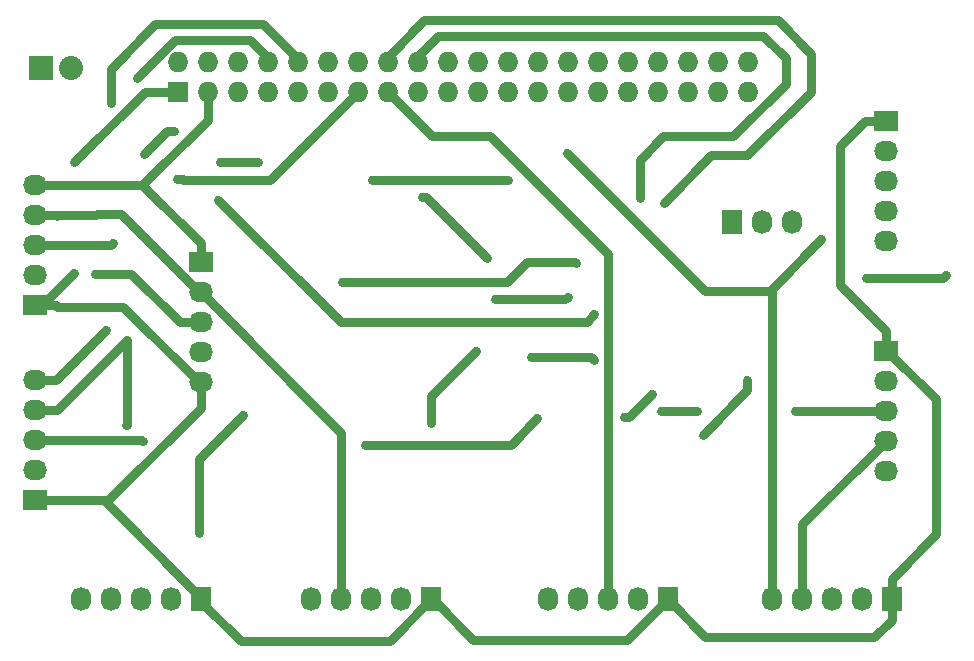
<source format=gtl>
G04 #@! TF.FileFunction,Copper,L1,Top,Signal*
%FSLAX46Y46*%
G04 Gerber Fmt 4.6, Leading zero omitted, Abs format (unit mm)*
G04 Created by KiCad (PCBNEW 4.0.2+dfsg1-stable) date Thu 29 Mar 2018 09:38:32 PM EDT*
%MOMM*%
G01*
G04 APERTURE LIST*
%ADD10C,0.100000*%
%ADD11R,1.727200X2.032000*%
%ADD12O,1.727200X2.032000*%
%ADD13R,2.032000X1.727200*%
%ADD14O,2.032000X1.727200*%
%ADD15R,2.032000X2.032000*%
%ADD16O,2.032000X2.032000*%
%ADD17R,1.727200X1.727200*%
%ADD18O,1.727200X1.727200*%
%ADD19C,0.685800*%
%ADD20C,0.750000*%
G04 APERTURE END LIST*
D10*
D11*
X84540000Y-90000000D03*
D12*
X82000000Y-90000000D03*
X79460000Y-90000000D03*
X76920000Y-90000000D03*
X74380000Y-90000000D03*
D13*
X31000000Y-81540000D03*
D14*
X31000000Y-79000000D03*
X31000000Y-76460000D03*
X31000000Y-73920000D03*
X31000000Y-71380000D03*
D13*
X103000000Y-49460000D03*
D14*
X103000000Y-52000000D03*
X103000000Y-54540000D03*
X103000000Y-57080000D03*
X103000000Y-59620000D03*
D13*
X103000000Y-68920000D03*
D14*
X103000000Y-71460000D03*
X103000000Y-74000000D03*
X103000000Y-76540000D03*
X103000000Y-79080000D03*
D11*
X103540000Y-90000000D03*
D12*
X101000000Y-90000000D03*
X98460000Y-90000000D03*
X95920000Y-90000000D03*
X93380000Y-90000000D03*
D11*
X64540000Y-90000000D03*
D12*
X62000000Y-90000000D03*
X59460000Y-90000000D03*
X56920000Y-90000000D03*
X54380000Y-90000000D03*
D11*
X45080000Y-90000000D03*
D12*
X42540000Y-90000000D03*
X40000000Y-90000000D03*
X37460000Y-90000000D03*
X34920000Y-90000000D03*
D13*
X31000000Y-65080000D03*
D14*
X31000000Y-62540000D03*
X31000000Y-60000000D03*
X31000000Y-57460000D03*
X31000000Y-54920000D03*
D15*
X31460000Y-45000000D03*
D16*
X34000000Y-45000000D03*
D17*
X43060000Y-47000000D03*
D18*
X43060000Y-44460000D03*
X45600000Y-47000000D03*
X45600000Y-44460000D03*
X48140000Y-47000000D03*
X48140000Y-44460000D03*
X50680000Y-47000000D03*
X50680000Y-44460000D03*
X53220000Y-47000000D03*
X53220000Y-44460000D03*
X55760000Y-47000000D03*
X55760000Y-44460000D03*
X58300000Y-47000000D03*
X58300000Y-44460000D03*
X60840000Y-47000000D03*
X60840000Y-44460000D03*
X63380000Y-47000000D03*
X63380000Y-44460000D03*
X65920000Y-47000000D03*
X65920000Y-44460000D03*
X68460000Y-47000000D03*
X68460000Y-44460000D03*
X71000000Y-47000000D03*
X71000000Y-44460000D03*
X73540000Y-47000000D03*
X73540000Y-44460000D03*
X76080000Y-47000000D03*
X76080000Y-44460000D03*
X78620000Y-47000000D03*
X78620000Y-44460000D03*
X81160000Y-47000000D03*
X81160000Y-44460000D03*
X83700000Y-47000000D03*
X83700000Y-44460000D03*
X86240000Y-47000000D03*
X86240000Y-44460000D03*
X88780000Y-47000000D03*
X88780000Y-44460000D03*
X91320000Y-47000000D03*
X91320000Y-44460000D03*
D11*
X90000000Y-58000000D03*
D12*
X92540000Y-58000000D03*
X95080000Y-58000000D03*
D13*
X45000000Y-61460000D03*
D14*
X45000000Y-64000000D03*
X45000000Y-66540000D03*
X45000000Y-69080000D03*
X45000000Y-71620000D03*
D19*
X34300000Y-62350000D03*
X34300000Y-53000000D03*
X59550000Y-54500000D03*
X71000000Y-54500000D03*
X76050000Y-52200000D03*
X97550000Y-59500000D03*
X63750000Y-55950000D03*
X69250000Y-61100000D03*
X72950000Y-69450000D03*
X78300000Y-69700000D03*
X83950000Y-74000000D03*
X87050000Y-74050000D03*
X95300000Y-74000000D03*
X84250000Y-56400000D03*
X76100000Y-64350000D03*
X69950000Y-64600000D03*
X68300000Y-68950000D03*
X64500000Y-75050000D03*
X38700000Y-75250000D03*
X38750000Y-68000000D03*
X37000000Y-67146000D03*
X37000000Y-67146000D03*
X82200000Y-56000000D03*
X56950000Y-63150000D03*
X48600000Y-74400000D03*
X44900000Y-84400000D03*
X76750000Y-61500000D03*
X40100000Y-76600000D03*
X58950000Y-76900000D03*
X73500000Y-74650000D03*
X80850000Y-74550000D03*
X83200000Y-72600000D03*
X101300000Y-62800000D03*
X108150000Y-62550000D03*
X43000000Y-54400000D03*
X37600000Y-59850000D03*
X36100000Y-62400000D03*
X46500000Y-56150000D03*
X39600000Y-45850000D03*
X78350000Y-65850000D03*
X37400000Y-48000000D03*
X40250000Y-52250000D03*
X42750000Y-50300000D03*
X46650000Y-52950000D03*
X49900000Y-52950000D03*
X87500000Y-76050000D03*
X91250000Y-71450000D03*
D20*
X43060000Y-47000000D02*
X40300000Y-47000000D01*
X34300000Y-62350000D02*
X31570000Y-65080000D01*
X40300000Y-47000000D02*
X34300000Y-53000000D01*
X31570000Y-65080000D02*
X31000000Y-65080000D01*
X45000000Y-71620000D02*
X45000000Y-73800000D01*
X37016200Y-81783800D02*
X37016200Y-81600000D01*
X45000000Y-73800000D02*
X37016200Y-81783800D01*
X45080000Y-90000000D02*
X45080000Y-90180000D01*
X45080000Y-90180000D02*
X48400000Y-93500000D01*
X61040000Y-93500000D02*
X64540000Y-90000000D01*
X48400000Y-93500000D02*
X61040000Y-93500000D01*
X64540000Y-90000000D02*
X64700000Y-90000000D01*
X64700000Y-90000000D02*
X68100000Y-93400000D01*
X68100000Y-93400000D02*
X81140000Y-93400000D01*
X81140000Y-93400000D02*
X84540000Y-90000000D01*
X103540000Y-90000000D02*
X103540000Y-91710000D01*
X87740000Y-93200000D02*
X84540000Y-90000000D01*
X102050000Y-93200000D02*
X87740000Y-93200000D01*
X103540000Y-91710000D02*
X102050000Y-93200000D01*
X107300000Y-84474000D02*
X107300000Y-73067600D01*
X107300000Y-73067600D02*
X103152400Y-68920000D01*
X103152400Y-68920000D02*
X103000000Y-68920000D01*
X103540000Y-90000000D02*
X103540000Y-88234000D01*
X103540000Y-88234000D02*
X107300000Y-84474000D01*
X99100000Y-51594000D02*
X99100000Y-63406400D01*
X99100000Y-63406400D02*
X103000000Y-67306400D01*
X103000000Y-67306400D02*
X103000000Y-68920000D01*
X103000000Y-49460000D02*
X101234000Y-49460000D01*
X101234000Y-49460000D02*
X99100000Y-51594000D01*
X32826000Y-81600000D02*
X37016200Y-81600000D01*
X32766000Y-81540000D02*
X32826000Y-81600000D01*
X31000000Y-81540000D02*
X32766000Y-81540000D01*
X37016200Y-81600000D02*
X36832400Y-81600000D01*
X36832400Y-81600000D02*
X45080000Y-89847600D01*
X45080000Y-89847600D02*
X45080000Y-90000000D01*
X38450000Y-65200000D02*
X38450000Y-65222400D01*
X38450000Y-65222400D02*
X44847600Y-71620000D01*
X44847600Y-71620000D02*
X45000000Y-71620000D01*
X32886000Y-65200000D02*
X38450000Y-65200000D01*
X31000000Y-65080000D02*
X32766000Y-65080000D01*
X32766000Y-65080000D02*
X32886000Y-65200000D01*
X44847600Y-69080000D02*
X45000000Y-69080000D01*
X70950000Y-54450000D02*
X59550000Y-54500000D01*
X71000000Y-54500000D02*
X70950000Y-54450000D01*
X95920000Y-90000000D02*
X95920000Y-83620000D01*
X95920000Y-83620000D02*
X103000000Y-76540000D01*
X87700000Y-63850000D02*
X93380000Y-63850000D01*
X76050000Y-52200000D02*
X87700000Y-63850000D01*
X93380000Y-90000000D02*
X93380000Y-63850000D01*
X93380000Y-63850000D02*
X93380000Y-63670000D01*
X93380000Y-63670000D02*
X97550000Y-59500000D01*
X103000000Y-74000000D02*
X95300000Y-74000000D01*
X64100000Y-55950000D02*
X63750000Y-55950000D01*
X69250000Y-61100000D02*
X64100000Y-55950000D01*
X78050000Y-69450000D02*
X72950000Y-69450000D01*
X78300000Y-69700000D02*
X78050000Y-69450000D01*
X87000000Y-74000000D02*
X83950000Y-74000000D01*
X87050000Y-74050000D02*
X87000000Y-74000000D01*
X79460000Y-65620000D02*
X79460000Y-60710000D01*
X79460000Y-90000000D02*
X79460000Y-65620000D01*
X64590000Y-50750000D02*
X60840000Y-47000000D01*
X69500000Y-50750000D02*
X64590000Y-50750000D01*
X79460000Y-60710000D02*
X69500000Y-50750000D01*
X60840000Y-44460000D02*
X60840000Y-44060000D01*
X60840000Y-44060000D02*
X63950000Y-40950000D01*
X63950000Y-40950000D02*
X93850000Y-40950000D01*
X93850000Y-40950000D02*
X96700000Y-43800000D01*
X96700000Y-43800000D02*
X96700000Y-47000000D01*
X96700000Y-47000000D02*
X91300000Y-52400000D01*
X91300000Y-52400000D02*
X88250000Y-52400000D01*
X88250000Y-52400000D02*
X84250000Y-56400000D01*
X76100000Y-64350000D02*
X75850000Y-64600000D01*
X75850000Y-64600000D02*
X69950000Y-64600000D01*
X68300000Y-68950000D02*
X64500000Y-72750000D01*
X64500000Y-72750000D02*
X64500000Y-75050000D01*
X38750000Y-75200000D02*
X38700000Y-75250000D01*
X38750000Y-68000000D02*
X38750000Y-75200000D01*
X56920000Y-90000000D02*
X56920000Y-75920000D01*
X56920000Y-75920000D02*
X45000000Y-64000000D01*
X31000000Y-73920000D02*
X32830000Y-73920000D01*
X32830000Y-73920000D02*
X38750000Y-68000000D01*
X32766000Y-57460000D02*
X36140000Y-57460000D01*
X38247600Y-57400000D02*
X44847600Y-64000000D01*
X36140000Y-57460000D02*
X36200000Y-57400000D01*
X36200000Y-57400000D02*
X38247600Y-57400000D01*
X44847600Y-64000000D02*
X45000000Y-64000000D01*
X31000000Y-57460000D02*
X32766000Y-57460000D01*
X32766000Y-57460000D02*
X32806000Y-57500000D01*
X45600000Y-47000000D02*
X45600000Y-49393600D01*
X45600000Y-49393600D02*
X40073600Y-54920000D01*
X31000000Y-71380000D02*
X32766000Y-71380000D01*
X32766000Y-71380000D02*
X37000000Y-67146000D01*
X31000000Y-54920000D02*
X40073600Y-54920000D01*
X40073600Y-54920000D02*
X45000000Y-59846400D01*
X45000000Y-59846400D02*
X45000000Y-61460000D01*
X72650000Y-61450000D02*
X76700000Y-61450000D01*
X65100000Y-42250000D02*
X92650000Y-42250000D01*
X92650000Y-42250000D02*
X94550000Y-44150000D01*
X94550000Y-44150000D02*
X94550000Y-46350000D01*
X94550000Y-46350000D02*
X90100000Y-50800000D01*
X90100000Y-50800000D02*
X84150000Y-50800000D01*
X84150000Y-50800000D02*
X82200000Y-52750000D01*
X82200000Y-52750000D02*
X82200000Y-56000000D01*
X72650000Y-61450000D02*
X70950000Y-63150000D01*
X70950000Y-63150000D02*
X56950000Y-63150000D01*
X48600000Y-74400000D02*
X44900000Y-78100000D01*
X44900000Y-78100000D02*
X44900000Y-84400000D01*
X65100000Y-42250000D02*
X63380000Y-43970000D01*
X76700000Y-61450000D02*
X76750000Y-61500000D01*
X63380000Y-44460000D02*
X63380000Y-43970000D01*
X31000000Y-76460000D02*
X39960000Y-76460000D01*
X40100000Y-76600000D02*
X39960000Y-76460000D01*
X71250000Y-76900000D02*
X58950000Y-76900000D01*
X73500000Y-74650000D02*
X71250000Y-76900000D01*
X81250000Y-74550000D02*
X80850000Y-74550000D01*
X83200000Y-72600000D02*
X81250000Y-74550000D01*
X107900000Y-62800000D02*
X101300000Y-62800000D01*
X108150000Y-62550000D02*
X107900000Y-62800000D01*
X31000000Y-76460000D02*
X30847600Y-76460000D01*
X43534933Y-54450000D02*
X50850000Y-54450000D01*
X50850000Y-54450000D02*
X58300000Y-47000000D01*
X43000000Y-54400000D02*
X43484933Y-54400000D01*
X43484933Y-54400000D02*
X43534933Y-54450000D01*
X31000000Y-60000000D02*
X37450000Y-60000000D01*
X37450000Y-60000000D02*
X37600000Y-59850000D01*
X45000000Y-66540000D02*
X43240000Y-66540000D01*
X39100000Y-62400000D02*
X36100000Y-62400000D01*
X43240000Y-66540000D02*
X39100000Y-62400000D01*
X77650000Y-66500000D02*
X77700000Y-66500000D01*
X56850000Y-66500000D02*
X77650000Y-66500000D01*
X46500000Y-56150000D02*
X56850000Y-66500000D01*
X42800000Y-42650000D02*
X39600000Y-45850000D01*
X49200000Y-42650000D02*
X42800000Y-42650000D01*
X49200000Y-42650000D02*
X50680000Y-44130000D01*
X77700000Y-66500000D02*
X78350000Y-65850000D01*
X50680000Y-44460000D02*
X50680000Y-44130000D01*
X53220000Y-44460000D02*
X53220000Y-44270000D01*
X53220000Y-44270000D02*
X50250000Y-41300000D01*
X50250000Y-41300000D02*
X41150000Y-41300000D01*
X41150000Y-41300000D02*
X37400000Y-45050000D01*
X37400000Y-45050000D02*
X37400000Y-48000000D01*
X40250000Y-52250000D02*
X42200000Y-50300000D01*
X42200000Y-50300000D02*
X42750000Y-50300000D01*
X46650000Y-52950000D02*
X49900000Y-52950000D01*
X87500000Y-76050000D02*
X91250000Y-72300000D01*
X91250000Y-72300000D02*
X91250000Y-71450000D01*
M02*

</source>
